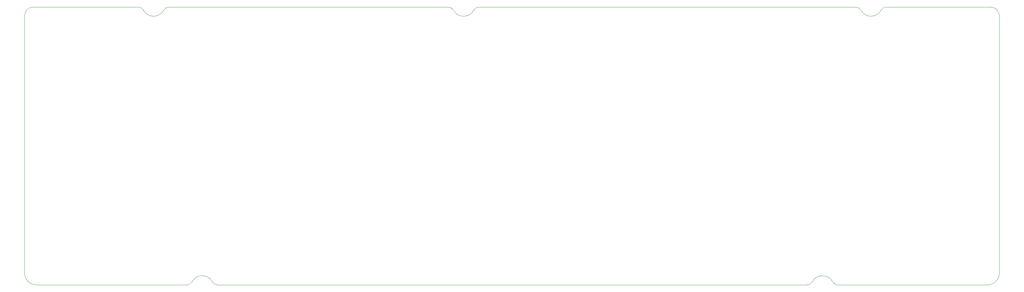
<source format=gm1>
G04 #@! TF.GenerationSoftware,KiCad,Pcbnew,5.1.10*
G04 #@! TF.CreationDate,2021-06-17T00:43:33+09:00*
G04 #@! TF.ProjectId,bakeneko40,62616b65-6e65-46b6-9f34-302e6b696361,rev?*
G04 #@! TF.SameCoordinates,Original*
G04 #@! TF.FileFunction,Profile,NP*
%FSLAX46Y46*%
G04 Gerber Fmt 4.6, Leading zero omitted, Abs format (unit mm)*
G04 Created by KiCad (PCBNEW 5.1.10) date 2021-06-17 00:43:33*
%MOMM*%
%LPD*%
G01*
G04 APERTURE LIST*
G04 #@! TA.AperFunction,Profile*
%ADD10C,0.100000*%
G04 #@! TD*
G04 APERTURE END LIST*
D10*
X68612899Y-123799999D02*
X230065645Y-123800000D01*
X279400000Y-123825000D02*
X238312899Y-123799999D01*
X19050000Y-123825000D02*
X60365645Y-123800000D01*
X55294356Y-47650000D02*
X131847101Y-47650000D01*
X243347101Y-47650000D02*
X140094356Y-47650000D01*
X280193750Y-47625000D02*
X251594356Y-47650000D01*
X18256250Y-47625000D02*
X47047101Y-47650000D01*
X231396161Y-122992623D02*
G75*
G02*
X230065645Y-123800000I-1330516J692623D01*
G01*
X238312899Y-123800000D02*
G75*
G02*
X236981822Y-122993548I-1043J1500000D01*
G01*
X231396193Y-122992560D02*
G75*
G02*
X236981822Y-122993548I2792557J-1457440D01*
G01*
X68612899Y-123800000D02*
G75*
G02*
X67281822Y-122993548I-1043J1500000D01*
G01*
X61696161Y-122992623D02*
G75*
G02*
X60365645Y-123800000I-1330516J692623D01*
G01*
X61696193Y-122992560D02*
G75*
G02*
X67281822Y-122993548I2792557J-1457440D01*
G01*
X250263840Y-48457377D02*
G75*
G02*
X251594356Y-47650000I1330516J-692623D01*
G01*
X243347101Y-47650000D02*
G75*
G02*
X244678179Y-48456451I1044J-1500000D01*
G01*
X250263805Y-48457440D02*
G75*
G02*
X244678179Y-48456451I-2792555J1457440D01*
G01*
X138763805Y-48457440D02*
G75*
G02*
X133178179Y-48456451I-2792555J1457440D01*
G01*
X131847101Y-47650000D02*
G75*
G02*
X133178179Y-48456451I1044J-1500000D01*
G01*
X138763840Y-48457377D02*
G75*
G02*
X140094356Y-47650000I1330516J-692623D01*
G01*
X53963840Y-48457377D02*
G75*
G02*
X55294356Y-47650000I1330516J-692623D01*
G01*
X53963805Y-48457440D02*
G75*
G02*
X48378179Y-48456451I-2792555J1457440D01*
G01*
X47047101Y-47650000D02*
G75*
G02*
X48378179Y-48456451I1044J-1500000D01*
G01*
X15875000Y-50006250D02*
X15875000Y-120650000D01*
X19050000Y-123825000D02*
G75*
G02*
X15875000Y-120650000I0J3175000D01*
G01*
X282575000Y-50006250D02*
X282575000Y-120650000D01*
X282575000Y-120650000D02*
G75*
G02*
X279400000Y-123825000I-3175000J0D01*
G01*
X280193750Y-47625000D02*
G75*
G02*
X282575000Y-50006250I0J-2381250D01*
G01*
X15875000Y-50006250D02*
G75*
G02*
X18256250Y-47625000I2381250J0D01*
G01*
M02*

</source>
